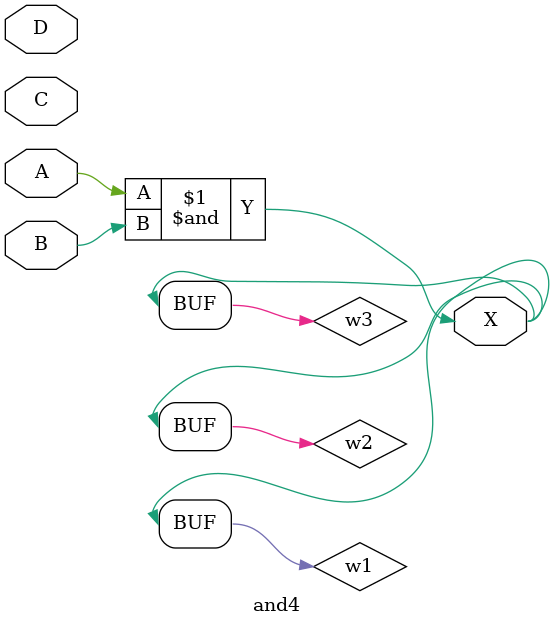
<source format=v>
module and4(
    input A,
    input B,
    input C,
    input D,
    output X
);

    wire w1, w2, w3;

    and and1(
        w1,
        A,
        B
    );

    and and2(
        w2,
        w1,
        1'b1
    );

    and and3(
        w3,
        w2,
        1'b1
    );

    and and4(
        X,
        w3,
        1'b1
    );

endmodule
</source>
